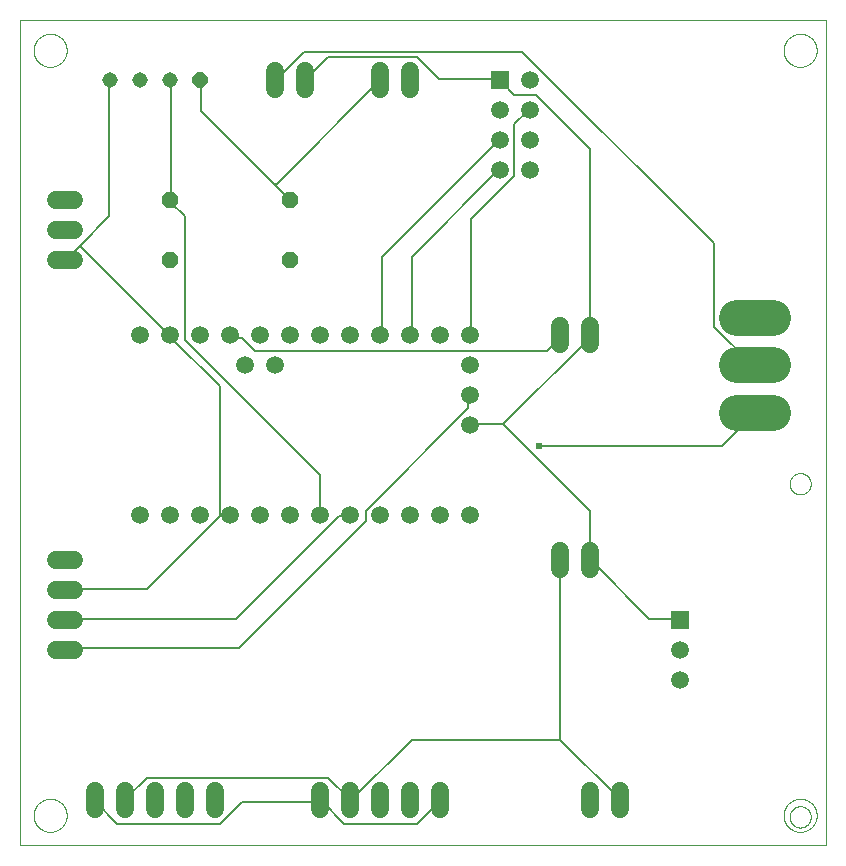
<source format=gtl>
G75*
%MOIN*%
%OFA0B0*%
%FSLAX25Y25*%
%IPPOS*%
%LPD*%
%AMOC8*
5,1,8,0,0,1.08239X$1,22.5*
%
%ADD10C,0.00000*%
%ADD11C,0.06000*%
%ADD12R,0.05937X0.05937*%
%ADD13C,0.05937*%
%ADD14OC8,0.05200*%
%ADD15OC8,0.05150*%
%ADD16C,0.05150*%
%ADD17C,0.11850*%
%ADD18C,0.00600*%
%ADD19C,0.02400*%
D10*
X0001000Y0001500D02*
X0001000Y0276461D01*
X0269701Y0276461D01*
X0269701Y0001500D01*
X0001000Y0001500D01*
X0005488Y0011500D02*
X0005490Y0011648D01*
X0005496Y0011796D01*
X0005506Y0011944D01*
X0005520Y0012091D01*
X0005538Y0012238D01*
X0005559Y0012384D01*
X0005585Y0012530D01*
X0005615Y0012675D01*
X0005648Y0012819D01*
X0005686Y0012962D01*
X0005727Y0013104D01*
X0005772Y0013245D01*
X0005820Y0013385D01*
X0005873Y0013524D01*
X0005929Y0013661D01*
X0005989Y0013796D01*
X0006052Y0013930D01*
X0006119Y0014062D01*
X0006190Y0014192D01*
X0006264Y0014320D01*
X0006341Y0014446D01*
X0006422Y0014570D01*
X0006506Y0014692D01*
X0006593Y0014811D01*
X0006684Y0014928D01*
X0006778Y0015043D01*
X0006874Y0015155D01*
X0006974Y0015265D01*
X0007076Y0015371D01*
X0007182Y0015475D01*
X0007290Y0015576D01*
X0007401Y0015674D01*
X0007514Y0015770D01*
X0007630Y0015862D01*
X0007748Y0015951D01*
X0007869Y0016036D01*
X0007992Y0016119D01*
X0008117Y0016198D01*
X0008244Y0016274D01*
X0008373Y0016346D01*
X0008504Y0016415D01*
X0008637Y0016480D01*
X0008772Y0016541D01*
X0008908Y0016599D01*
X0009045Y0016654D01*
X0009184Y0016704D01*
X0009325Y0016751D01*
X0009466Y0016794D01*
X0009609Y0016834D01*
X0009753Y0016869D01*
X0009897Y0016901D01*
X0010043Y0016928D01*
X0010189Y0016952D01*
X0010336Y0016972D01*
X0010483Y0016988D01*
X0010630Y0017000D01*
X0010778Y0017008D01*
X0010926Y0017012D01*
X0011074Y0017012D01*
X0011222Y0017008D01*
X0011370Y0017000D01*
X0011517Y0016988D01*
X0011664Y0016972D01*
X0011811Y0016952D01*
X0011957Y0016928D01*
X0012103Y0016901D01*
X0012247Y0016869D01*
X0012391Y0016834D01*
X0012534Y0016794D01*
X0012675Y0016751D01*
X0012816Y0016704D01*
X0012955Y0016654D01*
X0013092Y0016599D01*
X0013228Y0016541D01*
X0013363Y0016480D01*
X0013496Y0016415D01*
X0013627Y0016346D01*
X0013756Y0016274D01*
X0013883Y0016198D01*
X0014008Y0016119D01*
X0014131Y0016036D01*
X0014252Y0015951D01*
X0014370Y0015862D01*
X0014486Y0015770D01*
X0014599Y0015674D01*
X0014710Y0015576D01*
X0014818Y0015475D01*
X0014924Y0015371D01*
X0015026Y0015265D01*
X0015126Y0015155D01*
X0015222Y0015043D01*
X0015316Y0014928D01*
X0015407Y0014811D01*
X0015494Y0014692D01*
X0015578Y0014570D01*
X0015659Y0014446D01*
X0015736Y0014320D01*
X0015810Y0014192D01*
X0015881Y0014062D01*
X0015948Y0013930D01*
X0016011Y0013796D01*
X0016071Y0013661D01*
X0016127Y0013524D01*
X0016180Y0013385D01*
X0016228Y0013245D01*
X0016273Y0013104D01*
X0016314Y0012962D01*
X0016352Y0012819D01*
X0016385Y0012675D01*
X0016415Y0012530D01*
X0016441Y0012384D01*
X0016462Y0012238D01*
X0016480Y0012091D01*
X0016494Y0011944D01*
X0016504Y0011796D01*
X0016510Y0011648D01*
X0016512Y0011500D01*
X0016510Y0011352D01*
X0016504Y0011204D01*
X0016494Y0011056D01*
X0016480Y0010909D01*
X0016462Y0010762D01*
X0016441Y0010616D01*
X0016415Y0010470D01*
X0016385Y0010325D01*
X0016352Y0010181D01*
X0016314Y0010038D01*
X0016273Y0009896D01*
X0016228Y0009755D01*
X0016180Y0009615D01*
X0016127Y0009476D01*
X0016071Y0009339D01*
X0016011Y0009204D01*
X0015948Y0009070D01*
X0015881Y0008938D01*
X0015810Y0008808D01*
X0015736Y0008680D01*
X0015659Y0008554D01*
X0015578Y0008430D01*
X0015494Y0008308D01*
X0015407Y0008189D01*
X0015316Y0008072D01*
X0015222Y0007957D01*
X0015126Y0007845D01*
X0015026Y0007735D01*
X0014924Y0007629D01*
X0014818Y0007525D01*
X0014710Y0007424D01*
X0014599Y0007326D01*
X0014486Y0007230D01*
X0014370Y0007138D01*
X0014252Y0007049D01*
X0014131Y0006964D01*
X0014008Y0006881D01*
X0013883Y0006802D01*
X0013756Y0006726D01*
X0013627Y0006654D01*
X0013496Y0006585D01*
X0013363Y0006520D01*
X0013228Y0006459D01*
X0013092Y0006401D01*
X0012955Y0006346D01*
X0012816Y0006296D01*
X0012675Y0006249D01*
X0012534Y0006206D01*
X0012391Y0006166D01*
X0012247Y0006131D01*
X0012103Y0006099D01*
X0011957Y0006072D01*
X0011811Y0006048D01*
X0011664Y0006028D01*
X0011517Y0006012D01*
X0011370Y0006000D01*
X0011222Y0005992D01*
X0011074Y0005988D01*
X0010926Y0005988D01*
X0010778Y0005992D01*
X0010630Y0006000D01*
X0010483Y0006012D01*
X0010336Y0006028D01*
X0010189Y0006048D01*
X0010043Y0006072D01*
X0009897Y0006099D01*
X0009753Y0006131D01*
X0009609Y0006166D01*
X0009466Y0006206D01*
X0009325Y0006249D01*
X0009184Y0006296D01*
X0009045Y0006346D01*
X0008908Y0006401D01*
X0008772Y0006459D01*
X0008637Y0006520D01*
X0008504Y0006585D01*
X0008373Y0006654D01*
X0008244Y0006726D01*
X0008117Y0006802D01*
X0007992Y0006881D01*
X0007869Y0006964D01*
X0007748Y0007049D01*
X0007630Y0007138D01*
X0007514Y0007230D01*
X0007401Y0007326D01*
X0007290Y0007424D01*
X0007182Y0007525D01*
X0007076Y0007629D01*
X0006974Y0007735D01*
X0006874Y0007845D01*
X0006778Y0007957D01*
X0006684Y0008072D01*
X0006593Y0008189D01*
X0006506Y0008308D01*
X0006422Y0008430D01*
X0006341Y0008554D01*
X0006264Y0008680D01*
X0006190Y0008808D01*
X0006119Y0008938D01*
X0006052Y0009070D01*
X0005989Y0009204D01*
X0005929Y0009339D01*
X0005873Y0009476D01*
X0005820Y0009615D01*
X0005772Y0009755D01*
X0005727Y0009896D01*
X0005686Y0010038D01*
X0005648Y0010181D01*
X0005615Y0010325D01*
X0005585Y0010470D01*
X0005559Y0010616D01*
X0005538Y0010762D01*
X0005520Y0010909D01*
X0005506Y0011056D01*
X0005496Y0011204D01*
X0005490Y0011352D01*
X0005488Y0011500D01*
X0255488Y0011500D02*
X0255490Y0011648D01*
X0255496Y0011796D01*
X0255506Y0011944D01*
X0255520Y0012091D01*
X0255538Y0012238D01*
X0255559Y0012384D01*
X0255585Y0012530D01*
X0255615Y0012675D01*
X0255648Y0012819D01*
X0255686Y0012962D01*
X0255727Y0013104D01*
X0255772Y0013245D01*
X0255820Y0013385D01*
X0255873Y0013524D01*
X0255929Y0013661D01*
X0255989Y0013796D01*
X0256052Y0013930D01*
X0256119Y0014062D01*
X0256190Y0014192D01*
X0256264Y0014320D01*
X0256341Y0014446D01*
X0256422Y0014570D01*
X0256506Y0014692D01*
X0256593Y0014811D01*
X0256684Y0014928D01*
X0256778Y0015043D01*
X0256874Y0015155D01*
X0256974Y0015265D01*
X0257076Y0015371D01*
X0257182Y0015475D01*
X0257290Y0015576D01*
X0257401Y0015674D01*
X0257514Y0015770D01*
X0257630Y0015862D01*
X0257748Y0015951D01*
X0257869Y0016036D01*
X0257992Y0016119D01*
X0258117Y0016198D01*
X0258244Y0016274D01*
X0258373Y0016346D01*
X0258504Y0016415D01*
X0258637Y0016480D01*
X0258772Y0016541D01*
X0258908Y0016599D01*
X0259045Y0016654D01*
X0259184Y0016704D01*
X0259325Y0016751D01*
X0259466Y0016794D01*
X0259609Y0016834D01*
X0259753Y0016869D01*
X0259897Y0016901D01*
X0260043Y0016928D01*
X0260189Y0016952D01*
X0260336Y0016972D01*
X0260483Y0016988D01*
X0260630Y0017000D01*
X0260778Y0017008D01*
X0260926Y0017012D01*
X0261074Y0017012D01*
X0261222Y0017008D01*
X0261370Y0017000D01*
X0261517Y0016988D01*
X0261664Y0016972D01*
X0261811Y0016952D01*
X0261957Y0016928D01*
X0262103Y0016901D01*
X0262247Y0016869D01*
X0262391Y0016834D01*
X0262534Y0016794D01*
X0262675Y0016751D01*
X0262816Y0016704D01*
X0262955Y0016654D01*
X0263092Y0016599D01*
X0263228Y0016541D01*
X0263363Y0016480D01*
X0263496Y0016415D01*
X0263627Y0016346D01*
X0263756Y0016274D01*
X0263883Y0016198D01*
X0264008Y0016119D01*
X0264131Y0016036D01*
X0264252Y0015951D01*
X0264370Y0015862D01*
X0264486Y0015770D01*
X0264599Y0015674D01*
X0264710Y0015576D01*
X0264818Y0015475D01*
X0264924Y0015371D01*
X0265026Y0015265D01*
X0265126Y0015155D01*
X0265222Y0015043D01*
X0265316Y0014928D01*
X0265407Y0014811D01*
X0265494Y0014692D01*
X0265578Y0014570D01*
X0265659Y0014446D01*
X0265736Y0014320D01*
X0265810Y0014192D01*
X0265881Y0014062D01*
X0265948Y0013930D01*
X0266011Y0013796D01*
X0266071Y0013661D01*
X0266127Y0013524D01*
X0266180Y0013385D01*
X0266228Y0013245D01*
X0266273Y0013104D01*
X0266314Y0012962D01*
X0266352Y0012819D01*
X0266385Y0012675D01*
X0266415Y0012530D01*
X0266441Y0012384D01*
X0266462Y0012238D01*
X0266480Y0012091D01*
X0266494Y0011944D01*
X0266504Y0011796D01*
X0266510Y0011648D01*
X0266512Y0011500D01*
X0266510Y0011352D01*
X0266504Y0011204D01*
X0266494Y0011056D01*
X0266480Y0010909D01*
X0266462Y0010762D01*
X0266441Y0010616D01*
X0266415Y0010470D01*
X0266385Y0010325D01*
X0266352Y0010181D01*
X0266314Y0010038D01*
X0266273Y0009896D01*
X0266228Y0009755D01*
X0266180Y0009615D01*
X0266127Y0009476D01*
X0266071Y0009339D01*
X0266011Y0009204D01*
X0265948Y0009070D01*
X0265881Y0008938D01*
X0265810Y0008808D01*
X0265736Y0008680D01*
X0265659Y0008554D01*
X0265578Y0008430D01*
X0265494Y0008308D01*
X0265407Y0008189D01*
X0265316Y0008072D01*
X0265222Y0007957D01*
X0265126Y0007845D01*
X0265026Y0007735D01*
X0264924Y0007629D01*
X0264818Y0007525D01*
X0264710Y0007424D01*
X0264599Y0007326D01*
X0264486Y0007230D01*
X0264370Y0007138D01*
X0264252Y0007049D01*
X0264131Y0006964D01*
X0264008Y0006881D01*
X0263883Y0006802D01*
X0263756Y0006726D01*
X0263627Y0006654D01*
X0263496Y0006585D01*
X0263363Y0006520D01*
X0263228Y0006459D01*
X0263092Y0006401D01*
X0262955Y0006346D01*
X0262816Y0006296D01*
X0262675Y0006249D01*
X0262534Y0006206D01*
X0262391Y0006166D01*
X0262247Y0006131D01*
X0262103Y0006099D01*
X0261957Y0006072D01*
X0261811Y0006048D01*
X0261664Y0006028D01*
X0261517Y0006012D01*
X0261370Y0006000D01*
X0261222Y0005992D01*
X0261074Y0005988D01*
X0260926Y0005988D01*
X0260778Y0005992D01*
X0260630Y0006000D01*
X0260483Y0006012D01*
X0260336Y0006028D01*
X0260189Y0006048D01*
X0260043Y0006072D01*
X0259897Y0006099D01*
X0259753Y0006131D01*
X0259609Y0006166D01*
X0259466Y0006206D01*
X0259325Y0006249D01*
X0259184Y0006296D01*
X0259045Y0006346D01*
X0258908Y0006401D01*
X0258772Y0006459D01*
X0258637Y0006520D01*
X0258504Y0006585D01*
X0258373Y0006654D01*
X0258244Y0006726D01*
X0258117Y0006802D01*
X0257992Y0006881D01*
X0257869Y0006964D01*
X0257748Y0007049D01*
X0257630Y0007138D01*
X0257514Y0007230D01*
X0257401Y0007326D01*
X0257290Y0007424D01*
X0257182Y0007525D01*
X0257076Y0007629D01*
X0256974Y0007735D01*
X0256874Y0007845D01*
X0256778Y0007957D01*
X0256684Y0008072D01*
X0256593Y0008189D01*
X0256506Y0008308D01*
X0256422Y0008430D01*
X0256341Y0008554D01*
X0256264Y0008680D01*
X0256190Y0008808D01*
X0256119Y0008938D01*
X0256052Y0009070D01*
X0255989Y0009204D01*
X0255929Y0009339D01*
X0255873Y0009476D01*
X0255820Y0009615D01*
X0255772Y0009755D01*
X0255727Y0009896D01*
X0255686Y0010038D01*
X0255648Y0010181D01*
X0255615Y0010325D01*
X0255585Y0010470D01*
X0255559Y0010616D01*
X0255538Y0010762D01*
X0255520Y0010909D01*
X0255506Y0011056D01*
X0255496Y0011204D01*
X0255490Y0011352D01*
X0255488Y0011500D01*
X0257457Y0010988D02*
X0257459Y0011106D01*
X0257465Y0011225D01*
X0257475Y0011343D01*
X0257489Y0011460D01*
X0257506Y0011577D01*
X0257528Y0011694D01*
X0257554Y0011809D01*
X0257583Y0011924D01*
X0257616Y0012038D01*
X0257653Y0012150D01*
X0257694Y0012261D01*
X0257738Y0012371D01*
X0257786Y0012479D01*
X0257838Y0012586D01*
X0257893Y0012691D01*
X0257952Y0012794D01*
X0258014Y0012894D01*
X0258079Y0012993D01*
X0258148Y0013090D01*
X0258219Y0013184D01*
X0258294Y0013275D01*
X0258372Y0013365D01*
X0258453Y0013451D01*
X0258537Y0013535D01*
X0258623Y0013616D01*
X0258713Y0013694D01*
X0258804Y0013769D01*
X0258898Y0013840D01*
X0258995Y0013909D01*
X0259094Y0013974D01*
X0259194Y0014036D01*
X0259297Y0014095D01*
X0259402Y0014150D01*
X0259509Y0014202D01*
X0259617Y0014250D01*
X0259727Y0014294D01*
X0259838Y0014335D01*
X0259950Y0014372D01*
X0260064Y0014405D01*
X0260179Y0014434D01*
X0260294Y0014460D01*
X0260411Y0014482D01*
X0260528Y0014499D01*
X0260645Y0014513D01*
X0260763Y0014523D01*
X0260882Y0014529D01*
X0261000Y0014531D01*
X0261118Y0014529D01*
X0261237Y0014523D01*
X0261355Y0014513D01*
X0261472Y0014499D01*
X0261589Y0014482D01*
X0261706Y0014460D01*
X0261821Y0014434D01*
X0261936Y0014405D01*
X0262050Y0014372D01*
X0262162Y0014335D01*
X0262273Y0014294D01*
X0262383Y0014250D01*
X0262491Y0014202D01*
X0262598Y0014150D01*
X0262703Y0014095D01*
X0262806Y0014036D01*
X0262906Y0013974D01*
X0263005Y0013909D01*
X0263102Y0013840D01*
X0263196Y0013769D01*
X0263287Y0013694D01*
X0263377Y0013616D01*
X0263463Y0013535D01*
X0263547Y0013451D01*
X0263628Y0013365D01*
X0263706Y0013275D01*
X0263781Y0013184D01*
X0263852Y0013090D01*
X0263921Y0012993D01*
X0263986Y0012894D01*
X0264048Y0012794D01*
X0264107Y0012691D01*
X0264162Y0012586D01*
X0264214Y0012479D01*
X0264262Y0012371D01*
X0264306Y0012261D01*
X0264347Y0012150D01*
X0264384Y0012038D01*
X0264417Y0011924D01*
X0264446Y0011809D01*
X0264472Y0011694D01*
X0264494Y0011577D01*
X0264511Y0011460D01*
X0264525Y0011343D01*
X0264535Y0011225D01*
X0264541Y0011106D01*
X0264543Y0010988D01*
X0264541Y0010870D01*
X0264535Y0010751D01*
X0264525Y0010633D01*
X0264511Y0010516D01*
X0264494Y0010399D01*
X0264472Y0010282D01*
X0264446Y0010167D01*
X0264417Y0010052D01*
X0264384Y0009938D01*
X0264347Y0009826D01*
X0264306Y0009715D01*
X0264262Y0009605D01*
X0264214Y0009497D01*
X0264162Y0009390D01*
X0264107Y0009285D01*
X0264048Y0009182D01*
X0263986Y0009082D01*
X0263921Y0008983D01*
X0263852Y0008886D01*
X0263781Y0008792D01*
X0263706Y0008701D01*
X0263628Y0008611D01*
X0263547Y0008525D01*
X0263463Y0008441D01*
X0263377Y0008360D01*
X0263287Y0008282D01*
X0263196Y0008207D01*
X0263102Y0008136D01*
X0263005Y0008067D01*
X0262906Y0008002D01*
X0262806Y0007940D01*
X0262703Y0007881D01*
X0262598Y0007826D01*
X0262491Y0007774D01*
X0262383Y0007726D01*
X0262273Y0007682D01*
X0262162Y0007641D01*
X0262050Y0007604D01*
X0261936Y0007571D01*
X0261821Y0007542D01*
X0261706Y0007516D01*
X0261589Y0007494D01*
X0261472Y0007477D01*
X0261355Y0007463D01*
X0261237Y0007453D01*
X0261118Y0007447D01*
X0261000Y0007445D01*
X0260882Y0007447D01*
X0260763Y0007453D01*
X0260645Y0007463D01*
X0260528Y0007477D01*
X0260411Y0007494D01*
X0260294Y0007516D01*
X0260179Y0007542D01*
X0260064Y0007571D01*
X0259950Y0007604D01*
X0259838Y0007641D01*
X0259727Y0007682D01*
X0259617Y0007726D01*
X0259509Y0007774D01*
X0259402Y0007826D01*
X0259297Y0007881D01*
X0259194Y0007940D01*
X0259094Y0008002D01*
X0258995Y0008067D01*
X0258898Y0008136D01*
X0258804Y0008207D01*
X0258713Y0008282D01*
X0258623Y0008360D01*
X0258537Y0008441D01*
X0258453Y0008525D01*
X0258372Y0008611D01*
X0258294Y0008701D01*
X0258219Y0008792D01*
X0258148Y0008886D01*
X0258079Y0008983D01*
X0258014Y0009082D01*
X0257952Y0009182D01*
X0257893Y0009285D01*
X0257838Y0009390D01*
X0257786Y0009497D01*
X0257738Y0009605D01*
X0257694Y0009715D01*
X0257653Y0009826D01*
X0257616Y0009938D01*
X0257583Y0010052D01*
X0257554Y0010167D01*
X0257528Y0010282D01*
X0257506Y0010399D01*
X0257489Y0010516D01*
X0257475Y0010633D01*
X0257465Y0010751D01*
X0257459Y0010870D01*
X0257457Y0010988D01*
X0257457Y0122012D02*
X0257459Y0122130D01*
X0257465Y0122249D01*
X0257475Y0122367D01*
X0257489Y0122484D01*
X0257506Y0122601D01*
X0257528Y0122718D01*
X0257554Y0122833D01*
X0257583Y0122948D01*
X0257616Y0123062D01*
X0257653Y0123174D01*
X0257694Y0123285D01*
X0257738Y0123395D01*
X0257786Y0123503D01*
X0257838Y0123610D01*
X0257893Y0123715D01*
X0257952Y0123818D01*
X0258014Y0123918D01*
X0258079Y0124017D01*
X0258148Y0124114D01*
X0258219Y0124208D01*
X0258294Y0124299D01*
X0258372Y0124389D01*
X0258453Y0124475D01*
X0258537Y0124559D01*
X0258623Y0124640D01*
X0258713Y0124718D01*
X0258804Y0124793D01*
X0258898Y0124864D01*
X0258995Y0124933D01*
X0259094Y0124998D01*
X0259194Y0125060D01*
X0259297Y0125119D01*
X0259402Y0125174D01*
X0259509Y0125226D01*
X0259617Y0125274D01*
X0259727Y0125318D01*
X0259838Y0125359D01*
X0259950Y0125396D01*
X0260064Y0125429D01*
X0260179Y0125458D01*
X0260294Y0125484D01*
X0260411Y0125506D01*
X0260528Y0125523D01*
X0260645Y0125537D01*
X0260763Y0125547D01*
X0260882Y0125553D01*
X0261000Y0125555D01*
X0261118Y0125553D01*
X0261237Y0125547D01*
X0261355Y0125537D01*
X0261472Y0125523D01*
X0261589Y0125506D01*
X0261706Y0125484D01*
X0261821Y0125458D01*
X0261936Y0125429D01*
X0262050Y0125396D01*
X0262162Y0125359D01*
X0262273Y0125318D01*
X0262383Y0125274D01*
X0262491Y0125226D01*
X0262598Y0125174D01*
X0262703Y0125119D01*
X0262806Y0125060D01*
X0262906Y0124998D01*
X0263005Y0124933D01*
X0263102Y0124864D01*
X0263196Y0124793D01*
X0263287Y0124718D01*
X0263377Y0124640D01*
X0263463Y0124559D01*
X0263547Y0124475D01*
X0263628Y0124389D01*
X0263706Y0124299D01*
X0263781Y0124208D01*
X0263852Y0124114D01*
X0263921Y0124017D01*
X0263986Y0123918D01*
X0264048Y0123818D01*
X0264107Y0123715D01*
X0264162Y0123610D01*
X0264214Y0123503D01*
X0264262Y0123395D01*
X0264306Y0123285D01*
X0264347Y0123174D01*
X0264384Y0123062D01*
X0264417Y0122948D01*
X0264446Y0122833D01*
X0264472Y0122718D01*
X0264494Y0122601D01*
X0264511Y0122484D01*
X0264525Y0122367D01*
X0264535Y0122249D01*
X0264541Y0122130D01*
X0264543Y0122012D01*
X0264541Y0121894D01*
X0264535Y0121775D01*
X0264525Y0121657D01*
X0264511Y0121540D01*
X0264494Y0121423D01*
X0264472Y0121306D01*
X0264446Y0121191D01*
X0264417Y0121076D01*
X0264384Y0120962D01*
X0264347Y0120850D01*
X0264306Y0120739D01*
X0264262Y0120629D01*
X0264214Y0120521D01*
X0264162Y0120414D01*
X0264107Y0120309D01*
X0264048Y0120206D01*
X0263986Y0120106D01*
X0263921Y0120007D01*
X0263852Y0119910D01*
X0263781Y0119816D01*
X0263706Y0119725D01*
X0263628Y0119635D01*
X0263547Y0119549D01*
X0263463Y0119465D01*
X0263377Y0119384D01*
X0263287Y0119306D01*
X0263196Y0119231D01*
X0263102Y0119160D01*
X0263005Y0119091D01*
X0262906Y0119026D01*
X0262806Y0118964D01*
X0262703Y0118905D01*
X0262598Y0118850D01*
X0262491Y0118798D01*
X0262383Y0118750D01*
X0262273Y0118706D01*
X0262162Y0118665D01*
X0262050Y0118628D01*
X0261936Y0118595D01*
X0261821Y0118566D01*
X0261706Y0118540D01*
X0261589Y0118518D01*
X0261472Y0118501D01*
X0261355Y0118487D01*
X0261237Y0118477D01*
X0261118Y0118471D01*
X0261000Y0118469D01*
X0260882Y0118471D01*
X0260763Y0118477D01*
X0260645Y0118487D01*
X0260528Y0118501D01*
X0260411Y0118518D01*
X0260294Y0118540D01*
X0260179Y0118566D01*
X0260064Y0118595D01*
X0259950Y0118628D01*
X0259838Y0118665D01*
X0259727Y0118706D01*
X0259617Y0118750D01*
X0259509Y0118798D01*
X0259402Y0118850D01*
X0259297Y0118905D01*
X0259194Y0118964D01*
X0259094Y0119026D01*
X0258995Y0119091D01*
X0258898Y0119160D01*
X0258804Y0119231D01*
X0258713Y0119306D01*
X0258623Y0119384D01*
X0258537Y0119465D01*
X0258453Y0119549D01*
X0258372Y0119635D01*
X0258294Y0119725D01*
X0258219Y0119816D01*
X0258148Y0119910D01*
X0258079Y0120007D01*
X0258014Y0120106D01*
X0257952Y0120206D01*
X0257893Y0120309D01*
X0257838Y0120414D01*
X0257786Y0120521D01*
X0257738Y0120629D01*
X0257694Y0120739D01*
X0257653Y0120850D01*
X0257616Y0120962D01*
X0257583Y0121076D01*
X0257554Y0121191D01*
X0257528Y0121306D01*
X0257506Y0121423D01*
X0257489Y0121540D01*
X0257475Y0121657D01*
X0257465Y0121775D01*
X0257459Y0121894D01*
X0257457Y0122012D01*
X0255488Y0266500D02*
X0255490Y0266648D01*
X0255496Y0266796D01*
X0255506Y0266944D01*
X0255520Y0267091D01*
X0255538Y0267238D01*
X0255559Y0267384D01*
X0255585Y0267530D01*
X0255615Y0267675D01*
X0255648Y0267819D01*
X0255686Y0267962D01*
X0255727Y0268104D01*
X0255772Y0268245D01*
X0255820Y0268385D01*
X0255873Y0268524D01*
X0255929Y0268661D01*
X0255989Y0268796D01*
X0256052Y0268930D01*
X0256119Y0269062D01*
X0256190Y0269192D01*
X0256264Y0269320D01*
X0256341Y0269446D01*
X0256422Y0269570D01*
X0256506Y0269692D01*
X0256593Y0269811D01*
X0256684Y0269928D01*
X0256778Y0270043D01*
X0256874Y0270155D01*
X0256974Y0270265D01*
X0257076Y0270371D01*
X0257182Y0270475D01*
X0257290Y0270576D01*
X0257401Y0270674D01*
X0257514Y0270770D01*
X0257630Y0270862D01*
X0257748Y0270951D01*
X0257869Y0271036D01*
X0257992Y0271119D01*
X0258117Y0271198D01*
X0258244Y0271274D01*
X0258373Y0271346D01*
X0258504Y0271415D01*
X0258637Y0271480D01*
X0258772Y0271541D01*
X0258908Y0271599D01*
X0259045Y0271654D01*
X0259184Y0271704D01*
X0259325Y0271751D01*
X0259466Y0271794D01*
X0259609Y0271834D01*
X0259753Y0271869D01*
X0259897Y0271901D01*
X0260043Y0271928D01*
X0260189Y0271952D01*
X0260336Y0271972D01*
X0260483Y0271988D01*
X0260630Y0272000D01*
X0260778Y0272008D01*
X0260926Y0272012D01*
X0261074Y0272012D01*
X0261222Y0272008D01*
X0261370Y0272000D01*
X0261517Y0271988D01*
X0261664Y0271972D01*
X0261811Y0271952D01*
X0261957Y0271928D01*
X0262103Y0271901D01*
X0262247Y0271869D01*
X0262391Y0271834D01*
X0262534Y0271794D01*
X0262675Y0271751D01*
X0262816Y0271704D01*
X0262955Y0271654D01*
X0263092Y0271599D01*
X0263228Y0271541D01*
X0263363Y0271480D01*
X0263496Y0271415D01*
X0263627Y0271346D01*
X0263756Y0271274D01*
X0263883Y0271198D01*
X0264008Y0271119D01*
X0264131Y0271036D01*
X0264252Y0270951D01*
X0264370Y0270862D01*
X0264486Y0270770D01*
X0264599Y0270674D01*
X0264710Y0270576D01*
X0264818Y0270475D01*
X0264924Y0270371D01*
X0265026Y0270265D01*
X0265126Y0270155D01*
X0265222Y0270043D01*
X0265316Y0269928D01*
X0265407Y0269811D01*
X0265494Y0269692D01*
X0265578Y0269570D01*
X0265659Y0269446D01*
X0265736Y0269320D01*
X0265810Y0269192D01*
X0265881Y0269062D01*
X0265948Y0268930D01*
X0266011Y0268796D01*
X0266071Y0268661D01*
X0266127Y0268524D01*
X0266180Y0268385D01*
X0266228Y0268245D01*
X0266273Y0268104D01*
X0266314Y0267962D01*
X0266352Y0267819D01*
X0266385Y0267675D01*
X0266415Y0267530D01*
X0266441Y0267384D01*
X0266462Y0267238D01*
X0266480Y0267091D01*
X0266494Y0266944D01*
X0266504Y0266796D01*
X0266510Y0266648D01*
X0266512Y0266500D01*
X0266510Y0266352D01*
X0266504Y0266204D01*
X0266494Y0266056D01*
X0266480Y0265909D01*
X0266462Y0265762D01*
X0266441Y0265616D01*
X0266415Y0265470D01*
X0266385Y0265325D01*
X0266352Y0265181D01*
X0266314Y0265038D01*
X0266273Y0264896D01*
X0266228Y0264755D01*
X0266180Y0264615D01*
X0266127Y0264476D01*
X0266071Y0264339D01*
X0266011Y0264204D01*
X0265948Y0264070D01*
X0265881Y0263938D01*
X0265810Y0263808D01*
X0265736Y0263680D01*
X0265659Y0263554D01*
X0265578Y0263430D01*
X0265494Y0263308D01*
X0265407Y0263189D01*
X0265316Y0263072D01*
X0265222Y0262957D01*
X0265126Y0262845D01*
X0265026Y0262735D01*
X0264924Y0262629D01*
X0264818Y0262525D01*
X0264710Y0262424D01*
X0264599Y0262326D01*
X0264486Y0262230D01*
X0264370Y0262138D01*
X0264252Y0262049D01*
X0264131Y0261964D01*
X0264008Y0261881D01*
X0263883Y0261802D01*
X0263756Y0261726D01*
X0263627Y0261654D01*
X0263496Y0261585D01*
X0263363Y0261520D01*
X0263228Y0261459D01*
X0263092Y0261401D01*
X0262955Y0261346D01*
X0262816Y0261296D01*
X0262675Y0261249D01*
X0262534Y0261206D01*
X0262391Y0261166D01*
X0262247Y0261131D01*
X0262103Y0261099D01*
X0261957Y0261072D01*
X0261811Y0261048D01*
X0261664Y0261028D01*
X0261517Y0261012D01*
X0261370Y0261000D01*
X0261222Y0260992D01*
X0261074Y0260988D01*
X0260926Y0260988D01*
X0260778Y0260992D01*
X0260630Y0261000D01*
X0260483Y0261012D01*
X0260336Y0261028D01*
X0260189Y0261048D01*
X0260043Y0261072D01*
X0259897Y0261099D01*
X0259753Y0261131D01*
X0259609Y0261166D01*
X0259466Y0261206D01*
X0259325Y0261249D01*
X0259184Y0261296D01*
X0259045Y0261346D01*
X0258908Y0261401D01*
X0258772Y0261459D01*
X0258637Y0261520D01*
X0258504Y0261585D01*
X0258373Y0261654D01*
X0258244Y0261726D01*
X0258117Y0261802D01*
X0257992Y0261881D01*
X0257869Y0261964D01*
X0257748Y0262049D01*
X0257630Y0262138D01*
X0257514Y0262230D01*
X0257401Y0262326D01*
X0257290Y0262424D01*
X0257182Y0262525D01*
X0257076Y0262629D01*
X0256974Y0262735D01*
X0256874Y0262845D01*
X0256778Y0262957D01*
X0256684Y0263072D01*
X0256593Y0263189D01*
X0256506Y0263308D01*
X0256422Y0263430D01*
X0256341Y0263554D01*
X0256264Y0263680D01*
X0256190Y0263808D01*
X0256119Y0263938D01*
X0256052Y0264070D01*
X0255989Y0264204D01*
X0255929Y0264339D01*
X0255873Y0264476D01*
X0255820Y0264615D01*
X0255772Y0264755D01*
X0255727Y0264896D01*
X0255686Y0265038D01*
X0255648Y0265181D01*
X0255615Y0265325D01*
X0255585Y0265470D01*
X0255559Y0265616D01*
X0255538Y0265762D01*
X0255520Y0265909D01*
X0255506Y0266056D01*
X0255496Y0266204D01*
X0255490Y0266352D01*
X0255488Y0266500D01*
X0005488Y0266500D02*
X0005490Y0266648D01*
X0005496Y0266796D01*
X0005506Y0266944D01*
X0005520Y0267091D01*
X0005538Y0267238D01*
X0005559Y0267384D01*
X0005585Y0267530D01*
X0005615Y0267675D01*
X0005648Y0267819D01*
X0005686Y0267962D01*
X0005727Y0268104D01*
X0005772Y0268245D01*
X0005820Y0268385D01*
X0005873Y0268524D01*
X0005929Y0268661D01*
X0005989Y0268796D01*
X0006052Y0268930D01*
X0006119Y0269062D01*
X0006190Y0269192D01*
X0006264Y0269320D01*
X0006341Y0269446D01*
X0006422Y0269570D01*
X0006506Y0269692D01*
X0006593Y0269811D01*
X0006684Y0269928D01*
X0006778Y0270043D01*
X0006874Y0270155D01*
X0006974Y0270265D01*
X0007076Y0270371D01*
X0007182Y0270475D01*
X0007290Y0270576D01*
X0007401Y0270674D01*
X0007514Y0270770D01*
X0007630Y0270862D01*
X0007748Y0270951D01*
X0007869Y0271036D01*
X0007992Y0271119D01*
X0008117Y0271198D01*
X0008244Y0271274D01*
X0008373Y0271346D01*
X0008504Y0271415D01*
X0008637Y0271480D01*
X0008772Y0271541D01*
X0008908Y0271599D01*
X0009045Y0271654D01*
X0009184Y0271704D01*
X0009325Y0271751D01*
X0009466Y0271794D01*
X0009609Y0271834D01*
X0009753Y0271869D01*
X0009897Y0271901D01*
X0010043Y0271928D01*
X0010189Y0271952D01*
X0010336Y0271972D01*
X0010483Y0271988D01*
X0010630Y0272000D01*
X0010778Y0272008D01*
X0010926Y0272012D01*
X0011074Y0272012D01*
X0011222Y0272008D01*
X0011370Y0272000D01*
X0011517Y0271988D01*
X0011664Y0271972D01*
X0011811Y0271952D01*
X0011957Y0271928D01*
X0012103Y0271901D01*
X0012247Y0271869D01*
X0012391Y0271834D01*
X0012534Y0271794D01*
X0012675Y0271751D01*
X0012816Y0271704D01*
X0012955Y0271654D01*
X0013092Y0271599D01*
X0013228Y0271541D01*
X0013363Y0271480D01*
X0013496Y0271415D01*
X0013627Y0271346D01*
X0013756Y0271274D01*
X0013883Y0271198D01*
X0014008Y0271119D01*
X0014131Y0271036D01*
X0014252Y0270951D01*
X0014370Y0270862D01*
X0014486Y0270770D01*
X0014599Y0270674D01*
X0014710Y0270576D01*
X0014818Y0270475D01*
X0014924Y0270371D01*
X0015026Y0270265D01*
X0015126Y0270155D01*
X0015222Y0270043D01*
X0015316Y0269928D01*
X0015407Y0269811D01*
X0015494Y0269692D01*
X0015578Y0269570D01*
X0015659Y0269446D01*
X0015736Y0269320D01*
X0015810Y0269192D01*
X0015881Y0269062D01*
X0015948Y0268930D01*
X0016011Y0268796D01*
X0016071Y0268661D01*
X0016127Y0268524D01*
X0016180Y0268385D01*
X0016228Y0268245D01*
X0016273Y0268104D01*
X0016314Y0267962D01*
X0016352Y0267819D01*
X0016385Y0267675D01*
X0016415Y0267530D01*
X0016441Y0267384D01*
X0016462Y0267238D01*
X0016480Y0267091D01*
X0016494Y0266944D01*
X0016504Y0266796D01*
X0016510Y0266648D01*
X0016512Y0266500D01*
X0016510Y0266352D01*
X0016504Y0266204D01*
X0016494Y0266056D01*
X0016480Y0265909D01*
X0016462Y0265762D01*
X0016441Y0265616D01*
X0016415Y0265470D01*
X0016385Y0265325D01*
X0016352Y0265181D01*
X0016314Y0265038D01*
X0016273Y0264896D01*
X0016228Y0264755D01*
X0016180Y0264615D01*
X0016127Y0264476D01*
X0016071Y0264339D01*
X0016011Y0264204D01*
X0015948Y0264070D01*
X0015881Y0263938D01*
X0015810Y0263808D01*
X0015736Y0263680D01*
X0015659Y0263554D01*
X0015578Y0263430D01*
X0015494Y0263308D01*
X0015407Y0263189D01*
X0015316Y0263072D01*
X0015222Y0262957D01*
X0015126Y0262845D01*
X0015026Y0262735D01*
X0014924Y0262629D01*
X0014818Y0262525D01*
X0014710Y0262424D01*
X0014599Y0262326D01*
X0014486Y0262230D01*
X0014370Y0262138D01*
X0014252Y0262049D01*
X0014131Y0261964D01*
X0014008Y0261881D01*
X0013883Y0261802D01*
X0013756Y0261726D01*
X0013627Y0261654D01*
X0013496Y0261585D01*
X0013363Y0261520D01*
X0013228Y0261459D01*
X0013092Y0261401D01*
X0012955Y0261346D01*
X0012816Y0261296D01*
X0012675Y0261249D01*
X0012534Y0261206D01*
X0012391Y0261166D01*
X0012247Y0261131D01*
X0012103Y0261099D01*
X0011957Y0261072D01*
X0011811Y0261048D01*
X0011664Y0261028D01*
X0011517Y0261012D01*
X0011370Y0261000D01*
X0011222Y0260992D01*
X0011074Y0260988D01*
X0010926Y0260988D01*
X0010778Y0260992D01*
X0010630Y0261000D01*
X0010483Y0261012D01*
X0010336Y0261028D01*
X0010189Y0261048D01*
X0010043Y0261072D01*
X0009897Y0261099D01*
X0009753Y0261131D01*
X0009609Y0261166D01*
X0009466Y0261206D01*
X0009325Y0261249D01*
X0009184Y0261296D01*
X0009045Y0261346D01*
X0008908Y0261401D01*
X0008772Y0261459D01*
X0008637Y0261520D01*
X0008504Y0261585D01*
X0008373Y0261654D01*
X0008244Y0261726D01*
X0008117Y0261802D01*
X0007992Y0261881D01*
X0007869Y0261964D01*
X0007748Y0262049D01*
X0007630Y0262138D01*
X0007514Y0262230D01*
X0007401Y0262326D01*
X0007290Y0262424D01*
X0007182Y0262525D01*
X0007076Y0262629D01*
X0006974Y0262735D01*
X0006874Y0262845D01*
X0006778Y0262957D01*
X0006684Y0263072D01*
X0006593Y0263189D01*
X0006506Y0263308D01*
X0006422Y0263430D01*
X0006341Y0263554D01*
X0006264Y0263680D01*
X0006190Y0263808D01*
X0006119Y0263938D01*
X0006052Y0264070D01*
X0005989Y0264204D01*
X0005929Y0264339D01*
X0005873Y0264476D01*
X0005820Y0264615D01*
X0005772Y0264755D01*
X0005727Y0264896D01*
X0005686Y0265038D01*
X0005648Y0265181D01*
X0005615Y0265325D01*
X0005585Y0265470D01*
X0005559Y0265616D01*
X0005538Y0265762D01*
X0005520Y0265909D01*
X0005506Y0266056D01*
X0005496Y0266204D01*
X0005490Y0266352D01*
X0005488Y0266500D01*
D11*
X0013000Y0216500D02*
X0019000Y0216500D01*
X0019000Y0206500D02*
X0013000Y0206500D01*
X0013000Y0196500D02*
X0019000Y0196500D01*
X0086000Y0253500D02*
X0086000Y0259500D01*
X0096000Y0259500D02*
X0096000Y0253500D01*
X0121000Y0253500D02*
X0121000Y0259500D01*
X0131000Y0259500D02*
X0131000Y0253500D01*
X0181000Y0174500D02*
X0181000Y0168500D01*
X0191000Y0168500D02*
X0191000Y0174500D01*
X0191000Y0099500D02*
X0191000Y0093500D01*
X0181000Y0093500D02*
X0181000Y0099500D01*
X0191000Y0019500D02*
X0191000Y0013500D01*
X0201000Y0013500D02*
X0201000Y0019500D01*
X0141000Y0019500D02*
X0141000Y0013500D01*
X0131000Y0013500D02*
X0131000Y0019500D01*
X0121000Y0019500D02*
X0121000Y0013500D01*
X0111000Y0013500D02*
X0111000Y0019500D01*
X0101000Y0019500D02*
X0101000Y0013500D01*
X0066000Y0013500D02*
X0066000Y0019500D01*
X0056000Y0019500D02*
X0056000Y0013500D01*
X0046000Y0013500D02*
X0046000Y0019500D01*
X0036000Y0019500D02*
X0036000Y0013500D01*
X0026000Y0013500D02*
X0026000Y0019500D01*
X0019000Y0066500D02*
X0013000Y0066500D01*
X0013000Y0076500D02*
X0019000Y0076500D01*
X0019000Y0086500D02*
X0013000Y0086500D01*
X0013000Y0096500D02*
X0019000Y0096500D01*
D12*
X0161000Y0256500D03*
X0221000Y0076500D03*
D13*
X0221000Y0066500D03*
X0221000Y0056500D03*
X0151000Y0111500D03*
X0141000Y0111500D03*
X0131000Y0111500D03*
X0121000Y0111500D03*
X0111000Y0111500D03*
X0101000Y0111500D03*
X0091000Y0111500D03*
X0081000Y0111500D03*
X0071000Y0111500D03*
X0061000Y0111500D03*
X0051000Y0111500D03*
X0041000Y0111500D03*
X0076000Y0161500D03*
X0086000Y0161500D03*
X0081000Y0171500D03*
X0091000Y0171500D03*
X0101000Y0171500D03*
X0111000Y0171500D03*
X0121000Y0171500D03*
X0131000Y0171500D03*
X0141000Y0171500D03*
X0151000Y0171500D03*
X0151000Y0161500D03*
X0151000Y0151500D03*
X0151000Y0141500D03*
X0071000Y0171500D03*
X0061000Y0171500D03*
X0051000Y0171500D03*
X0041000Y0171500D03*
X0161000Y0226500D03*
X0161000Y0236500D03*
X0161000Y0246500D03*
X0171000Y0246500D03*
X0171000Y0236500D03*
X0171000Y0226500D03*
X0171000Y0256500D03*
D14*
X0091000Y0216500D03*
X0091000Y0196500D03*
X0051000Y0196500D03*
X0051000Y0216500D03*
D15*
X0061000Y0256500D03*
D16*
X0051000Y0256500D03*
X0041000Y0256500D03*
X0031000Y0256500D03*
D17*
X0240075Y0177300D02*
X0251925Y0177300D01*
X0251925Y0161500D02*
X0240075Y0161500D01*
X0240075Y0145700D02*
X0251925Y0145700D01*
D18*
X0246000Y0145700D02*
X0235000Y0134700D01*
X0173800Y0134700D01*
X0162100Y0141900D02*
X0190900Y0113100D01*
X0190900Y0096900D01*
X0191000Y0096500D01*
X0191800Y0096000D01*
X0210700Y0077100D01*
X0220600Y0077100D01*
X0221000Y0076500D01*
X0181000Y0096500D02*
X0181000Y0036600D01*
X0131500Y0036600D01*
X0111700Y0016800D01*
X0111000Y0016500D01*
X0110800Y0016800D01*
X0103600Y0024000D01*
X0043300Y0024000D01*
X0036100Y0016800D01*
X0036000Y0016500D01*
X0033400Y0008700D02*
X0026200Y0015900D01*
X0026000Y0016500D01*
X0033400Y0008700D02*
X0067600Y0008700D01*
X0074800Y0015900D01*
X0100900Y0015900D01*
X0101000Y0016500D01*
X0101800Y0015900D01*
X0109000Y0008700D01*
X0133300Y0008700D01*
X0140500Y0015900D01*
X0141000Y0016500D01*
X0181000Y0036600D02*
X0200800Y0016800D01*
X0201000Y0016500D01*
X0116200Y0109500D02*
X0073900Y0067200D01*
X0016300Y0067200D01*
X0016000Y0066500D01*
X0016000Y0076500D02*
X0016300Y0077100D01*
X0073000Y0077100D01*
X0107200Y0111300D01*
X0110800Y0111300D01*
X0111000Y0111500D01*
X0116200Y0113100D02*
X0116200Y0109500D01*
X0116200Y0113100D02*
X0150400Y0147300D01*
X0150400Y0150900D01*
X0151000Y0151500D01*
X0151300Y0141900D02*
X0151000Y0141500D01*
X0151300Y0141900D02*
X0162100Y0141900D01*
X0190900Y0170700D01*
X0191000Y0171500D01*
X0190900Y0171600D01*
X0190900Y0233700D01*
X0172900Y0251700D01*
X0165700Y0251700D01*
X0161200Y0256200D01*
X0161000Y0256500D01*
X0160300Y0257100D01*
X0140500Y0257100D01*
X0133300Y0264300D01*
X0103600Y0264300D01*
X0096400Y0257100D01*
X0096000Y0256500D01*
X0086500Y0257100D02*
X0095500Y0266100D01*
X0168400Y0266100D01*
X0232300Y0202200D01*
X0232300Y0174300D01*
X0245800Y0160800D01*
X0246000Y0161500D01*
X0181000Y0170700D02*
X0181000Y0171500D01*
X0181000Y0170700D02*
X0176500Y0166200D01*
X0079300Y0166200D01*
X0074800Y0170700D01*
X0071200Y0170700D01*
X0071000Y0171500D01*
X0055900Y0169800D02*
X0055900Y0211200D01*
X0051400Y0215700D01*
X0051000Y0216500D01*
X0051400Y0216600D01*
X0051400Y0256200D01*
X0051000Y0256500D01*
X0061000Y0256500D02*
X0061300Y0256200D01*
X0061300Y0246300D01*
X0085600Y0222000D01*
X0086500Y0222000D01*
X0121000Y0256500D01*
X0086500Y0257100D02*
X0086000Y0256500D01*
X0085600Y0222000D02*
X0091000Y0216600D01*
X0091000Y0216500D01*
X0121600Y0197700D02*
X0160300Y0236400D01*
X0161000Y0236500D01*
X0165700Y0241800D02*
X0170200Y0246300D01*
X0171000Y0246500D01*
X0165700Y0241800D02*
X0165700Y0224700D01*
X0151300Y0210300D01*
X0151300Y0171600D01*
X0151000Y0171500D01*
X0131500Y0171600D02*
X0131000Y0171500D01*
X0131500Y0171600D02*
X0131500Y0197700D01*
X0160300Y0226500D01*
X0161000Y0226500D01*
X0121600Y0197700D02*
X0121600Y0171600D01*
X0121000Y0171500D01*
X0100900Y0124800D02*
X0055900Y0169800D01*
X0051400Y0170700D02*
X0051000Y0171500D01*
X0050500Y0171600D01*
X0020800Y0201300D01*
X0030700Y0211200D01*
X0030700Y0256200D01*
X0031000Y0256500D01*
X0020800Y0201300D02*
X0016000Y0196500D01*
X0051400Y0170700D02*
X0067600Y0154500D01*
X0067600Y0111300D01*
X0043300Y0087000D01*
X0016300Y0087000D01*
X0016000Y0086500D01*
X0067600Y0111300D02*
X0070300Y0111300D01*
X0071000Y0111500D01*
X0100900Y0112200D02*
X0101000Y0111500D01*
X0100900Y0112200D02*
X0100900Y0124800D01*
D19*
X0173800Y0134700D03*
M02*

</source>
